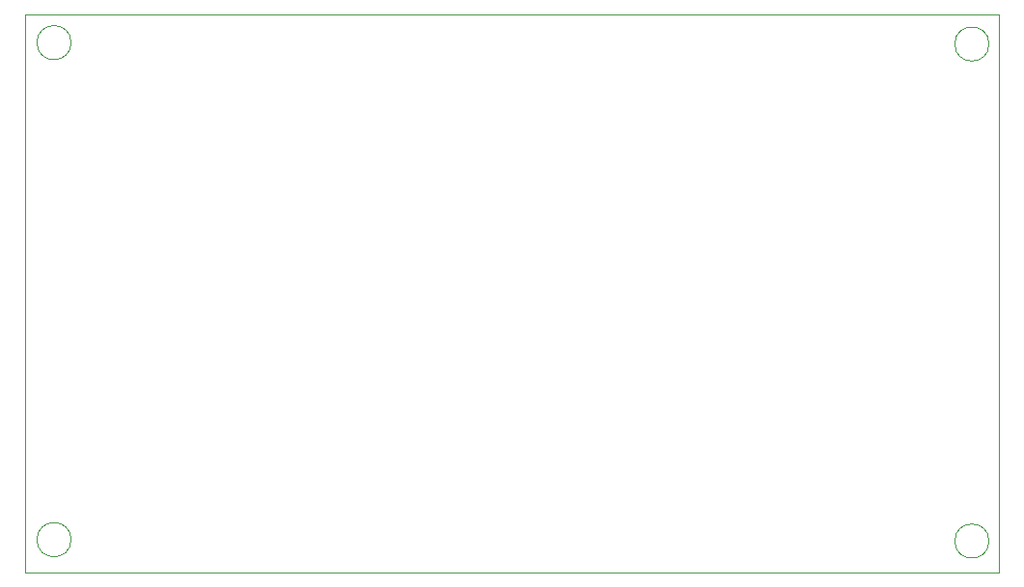
<source format=gm1>
%TF.GenerationSoftware,KiCad,Pcbnew,9.0.2*%
%TF.CreationDate,2025-06-11T19:01:07+02:00*%
%TF.ProjectId,musicbox,6d757369-6362-46f7-982e-6b696361645f,rev?*%
%TF.SameCoordinates,Original*%
%TF.FileFunction,Profile,NP*%
%FSLAX46Y46*%
G04 Gerber Fmt 4.6, Leading zero omitted, Abs format (unit mm)*
G04 Created by KiCad (PCBNEW 9.0.2) date 2025-06-11 19:01:07*
%MOMM*%
%LPD*%
G01*
G04 APERTURE LIST*
%TA.AperFunction,Profile*%
%ADD10C,0.050000*%
%TD*%
%TA.AperFunction,Profile*%
%ADD11C,0.100000*%
%TD*%
G04 APERTURE END LIST*
D10*
X94180000Y-35470000D02*
G75*
G02*
X91180000Y-35470000I-1500000J0D01*
G01*
X91180000Y-35470000D02*
G75*
G02*
X94180000Y-35470000I1500000J0D01*
G01*
X94180000Y-79130000D02*
G75*
G02*
X91180000Y-79130000I-1500000J0D01*
G01*
X91180000Y-79130000D02*
G75*
G02*
X94180000Y-79130000I1500000J0D01*
G01*
X174700000Y-79250000D02*
G75*
G02*
X171700000Y-79250000I-1500000J0D01*
G01*
X171700000Y-79250000D02*
G75*
G02*
X174700000Y-79250000I1500000J0D01*
G01*
X174700000Y-35590000D02*
G75*
G02*
X171700000Y-35590000I-1500000J0D01*
G01*
X171700000Y-35590000D02*
G75*
G02*
X174700000Y-35590000I1500000J0D01*
G01*
D11*
X90130000Y-33000000D02*
X175610000Y-33000000D01*
X175610000Y-82010000D01*
X90130000Y-82010000D01*
X90130000Y-33000000D01*
M02*

</source>
